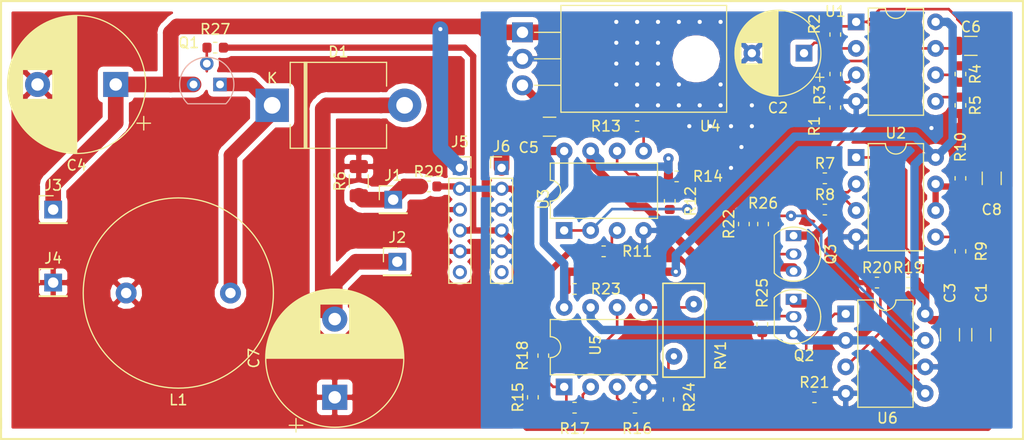
<source format=kicad_pcb>
(kicad_pcb (version 20171130) (host pcbnew "(5.0.2)-1")
  (title_block (title "Power Supply Front End| Back End Hybrid") (date 2019-02-13) (rev "v 0.2 Beta") (company "DESIGNED BY YAWAR IRSHAD BADRI") (comment 1 "SET 1 COMPLETE") (comment 2 "ANALOG CONTROL CARD COMPLETE"))
  (layers (0 F.Cu signal) (31 B.Cu signal) (34 B.Paste user) (35 F.Paste user) (36 B.SilkS user) (37 F.SilkS user) (38 B.Mask user) (39 F.Mask user) (44 Edge.Cuts user))
  (net 0 "")
  (net 1 VCC)
  (net 2 GND)
  (net 3 "Net-(C2-Pad1)")
  (net 4 "Net-(C6-Pad2)")
  (net 5 "Net-(C6-Pad1)")
  (net 6 "Net-(D1-Pad1)")
  (net 7 V_PWM)
  (net 8 "Net-(R1-Pad1)")
  (net 9 "Net-(R2-Pad1)")
  (net 10 "Net-(R5-Pad1)")
  (net 11 VO)
  (net 12 "Net-(R7-Pad1)")
  (net 13 V_SENS)
  (net 14 "Net-(R8-Pad1)")
  (net 15 "Net-(R9-Pad1)")
  (net 16 "Net-(R9-Pad2)")
  (net 17 "Net-(R11-Pad2)")
  (net 18 "Net-(R12-Pad1)")
  (net 19 "Net-(R12-Pad2)")
  (net 20 "Net-(R13-Pad2)")
  (net 21 VI)
  (net 22 x_SENS)
  (net 23 I_SENS)
  (net 24 "Net-(Q2-Pad2)")
  (net 25 "Net-(Q3-Pad2)")
  (net 26 "Net-(R15-Pad1)")
  (net 27 "Net-(R16-Pad1)")
  (net 28 "Net-(R17-Pad1)")
  (net 29 "Net-(R18-Pad1)")
  (net 30 V_ref_cc)
  (net 31 I_REF)
  (net 32 "Net-(R24-Pad2)")
  (net 33 "Net-(R21-Pad1)")
  (net 34 "Net-(R22-Pad2)")
  (net 35 R_GND)
  (net 36 "Net-(J5-Pad6)")
  (net 37 "Net-(J6-Pad6)")
  (net 38 "Net-(Q1-Pad2)")
  (net 39 VO_sens)
  (module Resistor_SMD:R_0603_1608Metric (layer F.Cu) (at 40.5384 23.4696 180)
    (fp_text reference R27 (at 0 1.755001 180) (layer F.SilkS))
    (fp_text value R_US)
    (pad 1 smd roundrect (at -0.7875 0 180) (size 0.875 0.95) (layers F.Cu F.Paste F.Mask) (net 7 V_PWM))
    (pad 2 smd roundrect (at 0.7875 0 180) (size 0.875 0.95) (layers F.Cu F.Paste F.Mask) (net 38 "Net-(Q1-Pad2)"))
  )
  (module Package_TO_SOT_THT:TO-92 (layer B.Cu) (at 41 27 180)
    (fp_text reference Q1 (at 3 4 180) (layer F.SilkS))
    (fp_text value PN2222A)
    (pad 2 thru_hole circle (at 1.27 2 90) (size 1.3 1.3) (drill 0.75) (layers *.Cu *.Mask) (net 38 "Net-(Q1-Pad2)"))
    (pad 3 thru_hole circle (at 2.54 0 90) (size 1.3 1.3) (drill 0.75) (layers *.Cu *.Mask) (net 21 VI))
    (pad 1 thru_hole rect (at 0 0 90) (size 1.3 1.3) (drill 0.75) (layers *.Cu *.Mask) (net 6 "Net-(D1-Pad1)"))
  )
  (module Connector_PinHeader_2.00mm:PinHeader_1x06_P2.00mm_Vertical (layer F.Cu) (at 68 35)
    (fp_text reference J6 (at 0 -2.06) (layer F.SilkS))
    (fp_text value Conn_01x06_Male)
    (pad 1 thru_hole rect (at 0 0) (size 1.35 1.35) (drill 0.8) (layers *.Cu *.Mask) (net 21 VI))
    (pad 2 thru_hole oval (at 0 2) (size 1.35 1.35) (drill 0.8) (layers *.Cu *.Mask) (net 39 VO_sens))
    (pad 3 thru_hole oval (at 0 4) (size 1.35 1.35) (drill 0.8) (layers *.Cu *.Mask) (net 2 GND))
    (pad 4 thru_hole oval (at 0 6) (size 1.35 1.35) (drill 0.8) (layers *.Cu *.Mask) (net 7 V_PWM))
    (pad 5 thru_hole oval (at 0 8) (size 1.35 1.35) (drill 0.8) (layers *.Cu *.Mask) (net 2 GND))
    (pad 6 thru_hole oval (at 0 10) (size 1.35 1.35) (drill 0.8) (layers *.Cu *.Mask) (net 37 "Net-(J6-Pad6)"))
  )
  (module Connector_PinHeader_2.54mm:PinHeader_1x01_P2.54mm_Vertical (layer F.Cu) (at 57.6072 38.0492)
    (fp_text reference J1 (at 0 -2.33) (layer F.SilkS))
    (fp_text value Conn_01x01_Male)
    (pad 1 thru_hole rect (at 0 0) (size 1.7 1.7) (drill 1) (layers *.Cu *.Mask) (net 11 VO))
  )
  (module Connector_PinHeader_2.54mm:PinHeader_1x01_P2.54mm_Vertical (layer F.Cu) (at 58 44)
    (fp_text reference J2 (at 0 -2.33) (layer F.SilkS))
    (fp_text value Conn_01x01_Male)
    (pad 1 thru_hole rect (at 0 0) (size 1.7 1.7) (drill 1) (layers *.Cu *.Mask) (net 35 R_GND))
  )
  (module Connector_PinHeader_2.54mm:PinHeader_1x01_P2.54mm_Vertical (layer F.Cu) (at 25 39)
    (fp_text reference J3 (at 0 -2.33) (layer F.SilkS))
    (fp_text value Conn_01x01_Male)
    (pad 1 thru_hole rect (at 0 0) (size 1.7 1.7) (drill 1) (layers *.Cu *.Mask) (net 21 VI))
  )
  (module Connector_PinHeader_2.54mm:PinHeader_1x01_P2.54mm_Vertical (layer F.Cu) (at 25 46)
    (fp_text reference J4 (at 0 -2.33) (layer F.SilkS))
    (fp_text value Conn_01x01_Male)
    (pad 1 thru_hole rect (at 0 0) (size 1.7 1.7) (drill 1) (layers *.Cu *.Mask) (net 2 GND))
  )
  (module Connector_PinSocket_2.00mm:PinSocket_1x06_P2.00mm_Vertical (layer F.Cu) (at 64 35)
    (fp_text reference J5 (at 0 -2.5) (layer F.SilkS))
    (fp_text value Conn_01x06_Female)
    (pad 1 thru_hole rect (at 0 0) (size 1.35 1.35) (drill 0.8) (layers *.Cu *.Mask) (net 21 VI))
    (pad 2 thru_hole oval (at 0 2) (size 1.35 1.35) (drill 0.8) (layers *.Cu *.Mask) (net 39 VO_sens))
    (pad 3 thru_hole oval (at 0 4) (size 1.35 1.35) (drill 0.8) (layers *.Cu *.Mask) (net 2 GND))
    (pad 4 thru_hole oval (at 0 6) (size 1.35 1.35) (drill 0.8) (layers *.Cu *.Mask) (net 7 V_PWM))
    (pad 5 thru_hole oval (at 0 8) (size 1.35 1.35) (drill 0.8) (layers *.Cu *.Mask) (net 2 GND))
    (pad 6 thru_hole oval (at 0 10) (size 1.35 1.35) (drill 0.8) (layers *.Cu *.Mask) (net 36 "Net-(J5-Pad6)"))
  )
  (module Varistor:RV_Disc_D9mm_W4mm_P5mm (layer F.Cu) (at 86.4235 48.0695 270)
    (fp_text reference RV1 (at 4.9305 -2.5765 270) (layer F.SilkS))
    (fp_text value Varistor)
    (pad 1 thru_hole circle (at 0 0 270) (size 1.6 1.6) (drill 0.6) (layers *.Cu *.Mask) (net 31 I_REF))
    (pad 2 thru_hole circle (at 5 1.9 270) (size 1.6 1.6) (drill 0.6) (layers *.Cu *.Mask) (net 32 "Net-(R24-Pad2)"))
  )
  (module Package_DIP:DIP-8_W7.62mm (layer F.Cu) (at 102 21)
    (fp_text reference U1 (at -2 -1 180) (layer F.SilkS))
    (fp_text value LM358)
    (pad 1 thru_hole rect (at 0 0) (size 1.6 1.6) (drill 0.8) (layers *.Cu *.Mask) (net 9 "Net-(R2-Pad1)"))
    (pad 5 thru_hole oval (at 7.62 7.62) (size 1.6 1.6) (drill 0.8) (layers *.Cu *.Mask) (net 10 "Net-(R5-Pad1)"))
    (pad 2 thru_hole oval (at 0 2.54) (size 1.6 1.6) (drill 0.8) (layers *.Cu *.Mask) (net 3 "Net-(C2-Pad1)"))
    (pad 6 thru_hole oval (at 7.62 5.08) (size 1.6 1.6) (drill 0.8) (layers *.Cu *.Mask) (net 4 "Net-(C6-Pad2)"))
    (pad 3 thru_hole oval (at 0 5.08) (size 1.6 1.6) (drill 0.8) (layers *.Cu *.Mask) (net 8 "Net-(R1-Pad1)"))
    (pad 7 thru_hole oval (at 7.62 2.54) (size 1.6 1.6) (drill 0.8) (layers *.Cu *.Mask) (net 5 "Net-(C6-Pad1)"))
    (pad 4 thru_hole oval (at 0 7.62) (size 1.6 1.6) (drill 0.8) (layers *.Cu *.Mask) (net 2 GND))
    (pad 8 thru_hole oval (at 7.62 0) (size 1.6 1.6) (drill 0.8) (layers *.Cu *.Mask) (net 1 VCC))
  )
  (module Resistor_SMD:R_0603_1608Metric (layer F.Cu) (at 100 29.2125 270)
    (fp_text reference R1 (at 1.7875 2 270) (layer F.SilkS))
    (fp_text value R_US)
    (pad 1 smd roundrect (at -0.7875 0 270) (size 0.875 0.95) (layers F.Cu F.Paste F.Mask) (net 8 "Net-(R1-Pad1)"))
    (pad 2 smd roundrect (at 0.7875 0 270) (size 0.875 0.95) (layers F.Cu F.Paste F.Mask) (net 2 GND))
  )
  (module Resistor_SMD:R_0603_1608Metric (layer F.Cu) (at 100 22.2125 270)
    (fp_text reference R2 (at -1 2 270) (layer F.SilkS))
    (fp_text value R_US)
    (pad 2 smd roundrect (at 0.7875 0 270) (size 0.875 0.95) (layers F.Cu F.Paste F.Mask) (net 3 "Net-(C2-Pad1)"))
    (pad 1 smd roundrect (at -0.7875 0 270) (size 0.875 0.95) (layers F.Cu F.Paste F.Mask) (net 9 "Net-(R2-Pad1)"))
  )
  (module Resistor_SMD:R_0603_1608Metric (layer F.Cu) (at 100 26 90)
    (fp_text reference R3 (at -2 -1.490302 90) (layer F.SilkS))
    (fp_text value R_US)
    (pad 1 smd roundrect (at -0.7875 0 90) (size 0.875 0.95) (layers F.Cu F.Paste F.Mask) (net 8 "Net-(R1-Pad1)"))
    (pad 2 smd roundrect (at 0.7875 0 90) (size 0.875 0.95) (layers F.Cu F.Paste F.Mask) (net 9 "Net-(R2-Pad1)"))
  )
  (module Resistor_SMD:R_0603_1608Metric (layer F.Cu) (at 112 26 270)
    (fp_text reference R4 (at 0 -1.43 270) (layer F.SilkS))
    (fp_text value R_US)
    (pad 2 smd roundrect (at 0.7875 0 270) (size 0.875 0.95) (layers F.Cu F.Paste F.Mask) (net 4 "Net-(C6-Pad2)"))
    (pad 1 smd roundrect (at -0.7875 0 270) (size 0.875 0.95) (layers F.Cu F.Paste F.Mask) (net 9 "Net-(R2-Pad1)"))
  )
  (module Resistor_SMD:R_0603_1608Metric (layer F.Cu) (at 112 29 270)
    (fp_text reference R5 (at 0 -1.43 270) (layer F.SilkS))
    (fp_text value R_US)
    (pad 1 smd roundrect (at -0.7875 0 270) (size 0.875 0.95) (layers F.Cu F.Paste F.Mask) (net 10 "Net-(R5-Pad1)"))
    (pad 2 smd roundrect (at 0.7875 0 270) (size 0.875 0.95) (layers F.Cu F.Paste F.Mask) (net 2 GND))
  )
  (module Capacitor_SMD:C_1206_3216Metric (layer F.Cu) (at 114 51 270)
    (fp_text reference C1 (at -4 0 270) (layer F.SilkS))
    (fp_text value CP)
    (pad 1 smd roundrect (at -1.4 0 270) (size 1.25 1.75) (layers F.Cu F.Paste F.Mask) (roundrect_rratio 0.2) (net 1 VCC))
    (pad 2 smd roundrect (at 1.4 0 270) (size 1.25 1.75) (layers F.Cu F.Paste F.Mask) (roundrect_rratio 0.2) (net 2 GND))
  )
  (module Capacitor_THT:CP_Radial_D8.0mm_P5.00mm (layer F.Cu) (at 97 24 180)
    (fp_text reference C2 (at 2.5 -5.25 180) (layer F.SilkS))
    (fp_text value CP1)
    (pad 1 thru_hole rect (at 0 0 180) (size 1.6 1.6) (drill 0.8) (layers *.Cu *.Mask) (net 3 "Net-(C2-Pad1)"))
    (pad 2 thru_hole circle (at 5 0 180) (size 1.6 1.6) (drill 0.8) (layers *.Cu *.Mask) (net 2 GND))
  )
  (module Capacitor_SMD:C_1206_3216Metric (layer F.Cu) (at 111 51 270)
    (fp_text reference C3 (at -4 0 270) (layer F.SilkS))
    (fp_text value CP)
    (pad 1 smd roundrect (at -1.4 0 270) (size 1.25 1.75) (layers F.Cu F.Paste F.Mask) (roundrect_rratio 0.2) (net 1 VCC))
    (pad 2 smd roundrect (at 1.4 0 270) (size 1.25 1.75) (layers F.Cu F.Paste F.Mask) (roundrect_rratio 0.2) (net 2 GND))
  )
  (module Capacitor_THT:CP_Radial_D13.0mm_P7.50mm (layer F.Cu) (at 31 27 180)
    (fp_text reference C4 (at 3.75 -7.75 180) (layer F.SilkS))
    (fp_text value CP)
    (pad 2 thru_hole circle (at 7.5 0 180) (size 2.4 2.4) (drill 1.2) (layers *.Cu *.Mask) (net 2 GND))
    (pad 1 thru_hole rect (at 0 0 180) (size 2.4 2.4) (drill 1.2) (layers *.Cu *.Mask) (net 21 VI))
  )
  (module Capacitor_SMD:C_1206_3216Metric (layer F.Cu) (at 72.6 31.05)
    (fp_text reference C5 (at -2 2 -180) (layer F.SilkS))
    (fp_text value CP)
    (pad 2 smd roundrect (at 1.4 0) (size 1.25 1.75) (layers F.Cu F.Paste F.Mask) (roundrect_rratio 0.2) (net 2 GND))
    (pad 1 smd roundrect (at -1.4 0) (size 1.25 1.75) (layers F.Cu F.Paste F.Mask) (roundrect_rratio 0.2) (net 1 VCC))
  )
  (module Capacitor_SMD:C_1206_3216Metric (layer F.Cu) (at 113 23.3)
    (fp_text reference C6 (at 0 -1.82) (layer F.SilkS))
    (fp_text value C)
    (pad 2 smd roundrect (at 1.4 0) (size 1.25 1.75) (layers F.Cu F.Paste F.Mask) (roundrect_rratio 0.2) (net 4 "Net-(C6-Pad2)"))
    (pad 1 smd roundrect (at -1.4 0) (size 1.25 1.75) (layers F.Cu F.Paste F.Mask) (roundrect_rratio 0.2) (net 5 "Net-(C6-Pad1)"))
  )
  (module Capacitor_THT:CP_Radial_D13.0mm_P7.50mm (layer F.Cu) (at 52 57 90)
    (fp_text reference C7 (at 3.75 -7.75 90) (layer F.SilkS))
    (fp_text value CP)
    (pad 1 thru_hole rect (at 0 0 90) (size 2.4 2.4) (drill 1.2) (layers *.Cu *.Mask) (net 2 GND))
    (pad 2 thru_hole circle (at 7.5 0 90) (size 2.4 2.4) (drill 1.2) (layers *.Cu *.Mask) (net 35 R_GND))
  )
  (module Diode_THT:D_5KPW_P12.70mm_Horizontal (layer F.Cu) (at 46 29)
    (fp_text reference D1 (at 6.35 -5.12) (layer F.SilkS))
    (fp_text value D)
    (fp_text user K (at 0 -2.6) (layer F.SilkS))
    (pad 1 thru_hole rect (at 0 0) (size 3.2 3.2) (drill 1.6) (layers *.Cu *.Mask) (net 6 "Net-(D1-Pad1)"))
    (pad 2 thru_hole oval (at 12.7 0) (size 3.2 3.2) (drill 1.6) (layers *.Cu *.Mask) (net 35 R_GND))
  )
  (module Inductor_THT:L_Radial_D18.0mm_P10.00mm (layer F.Cu) (at 42 47 180)
    (fp_text reference L1 (at 5 -10.25 180) (layer F.SilkS))
    (fp_text value L_Core_Ferrite)
    (pad 1 thru_hole circle (at 0 0 180) (size 2 2) (drill 1) (layers *.Cu *.Mask) (net 6 "Net-(D1-Pad1)"))
    (pad 2 thru_hole circle (at 10 0 180) (size 2 2) (drill 1) (layers *.Cu *.Mask) (net 2 GND))
  )
  (module Resistor_SMD:R_1206_3216Metric (layer F.Cu) (at 54.3052 36.2712 90)
    (fp_text reference R6 (at 0 -1.82 90) (layer F.SilkS))
    (fp_text value R_US)
    (pad 1 smd roundrect (at -1.4 0 90) (size 1.25 1.75) (layers F.Cu F.Paste F.Mask) (roundrect_rratio 0.2) (net 11 VO))
    (pad 2 smd roundrect (at 1.4 0 90) (size 1.25 1.75) (layers F.Cu F.Paste F.Mask) (roundrect_rratio 0.2) (net 2 GND))
  )
  (module Resistor_SMD:R_0603_1608Metric (layer F.Cu) (at 99 36)
    (fp_text reference R7 (at 0 -1.43) (layer F.SilkS))
    (fp_text value R_US)
    (pad 2 smd roundrect (at 0.7875 0) (size 0.875 0.95) (layers F.Cu F.Paste F.Mask) (net 5 "Net-(C6-Pad1)"))
    (pad 1 smd roundrect (at -0.7875 0) (size 0.875 0.95) (layers F.Cu F.Paste F.Mask) (net 12 "Net-(R7-Pad1)"))
  )
  (module Resistor_SMD:R_0603_1608Metric (layer F.Cu) (at 99 39)
    (fp_text reference R8 (at 0 -1.43) (layer F.SilkS))
    (fp_text value R_US)
    (pad 2 smd roundrect (at 0.7875 0) (size 0.875 0.95) (layers F.Cu F.Paste F.Mask) (net 22 x_SENS))
    (pad 1 smd roundrect (at -0.7875 0) (size 0.875 0.95) (layers F.Cu F.Paste F.Mask) (net 14 "Net-(R8-Pad1)"))
  )
  (module Resistor_SMD:R_0603_1608Metric (layer F.Cu) (at 112 43 90)
    (fp_text reference R9 (at 0 2 90) (layer F.SilkS))
    (fp_text value R_US)
    (pad 1 smd roundrect (at -0.7875 0 90) (size 0.875 0.95) (layers F.Cu F.Paste F.Mask) (net 15 "Net-(R9-Pad1)"))
    (pad 2 smd roundrect (at 0.7875 0 90) (size 0.875 0.95) (layers F.Cu F.Paste F.Mask) (net 16 "Net-(R9-Pad2)"))
  )
  (module Resistor_SMD:R_0603_1608Metric (layer F.Cu) (at 112 36 270)
    (fp_text reference R10 (at -3 0 270) (layer F.SilkS))
    (fp_text value R_US)
    (pad 1 smd roundrect (at -0.7875 0 270) (size 0.875 0.95) (layers F.Cu F.Paste F.Mask) (net 2 GND))
    (pad 2 smd roundrect (at 0.7875 0 270) (size 0.875 0.95) (layers F.Cu F.Paste F.Mask) (net 7 V_PWM))
  )
  (module Resistor_SMD:R_0603_1608Metric (layer F.Cu) (at 77.7875 43)
    (fp_text reference R11 (at 3.2125 0) (layer F.SilkS))
    (fp_text value R_US)
    (pad 1 smd roundrect (at -0.7875 0) (size 0.875 0.95) (layers F.Cu F.Paste F.Mask) (net 39 VO_sens))
    (pad 2 smd roundrect (at 0.7875 0) (size 0.875 0.95) (layers F.Cu F.Paste F.Mask) (net 17 "Net-(R11-Pad2)"))
  )
  (module Resistor_SMD:R_0603_1608Metric (layer F.Cu) (at 84.1248 38.2016 90)
    (fp_text reference R12 (at 0 2 90) (layer F.SilkS))
    (fp_text value R_US)
    (pad 1 smd roundrect (at -0.7875 0 90) (size 0.875 0.95) (layers F.Cu F.Paste F.Mask) (net 18 "Net-(R12-Pad1)"))
    (pad 2 smd roundrect (at 0.7875 0 90) (size 0.875 0.95) (layers F.Cu F.Paste F.Mask) (net 19 "Net-(R12-Pad2)"))
  )
  (module Resistor_SMD:R_0603_1608Metric (layer F.Cu) (at 81 31)
    (fp_text reference R13 (at -3 0) (layer F.SilkS))
    (fp_text value R_US)
    (pad 2 smd roundrect (at 0.7875 0) (size 0.875 0.95) (layers F.Cu F.Paste F.Mask) (net 20 "Net-(R13-Pad2)"))
    (pad 1 smd roundrect (at -0.7875 0) (size 0.875 0.95) (layers F.Cu F.Paste F.Mask) (net 21 VI))
  )
  (module Resistor_SMD:R_0603_1608Metric (layer F.Cu) (at 84.7852 35.814 180)
    (fp_text reference R14 (at -3 0 180) (layer F.SilkS))
    (fp_text value R_US)
    (pad 2 smd roundrect (at 0.7875 0 180) (size 0.875 0.95) (layers F.Cu F.Paste F.Mask) (net 13 V_SENS))
    (pad 1 smd roundrect (at -0.7875 0 180) (size 0.875 0.95) (layers F.Cu F.Paste F.Mask) (net 19 "Net-(R12-Pad2)"))
  )
  (module Package_DIP:DIP-8_W7.62mm (layer F.Cu) (at 102 34)
    (fp_text reference U2 (at 3.81 -2.33) (layer F.SilkS))
    (fp_text value LM358)
    (pad 1 thru_hole rect (at 0 0) (size 1.6 1.6) (drill 0.8) (layers *.Cu *.Mask) (net 15 "Net-(R9-Pad1)"))
    (pad 5 thru_hole oval (at 7.62 7.62) (size 1.6 1.6) (drill 0.8) (layers *.Cu *.Mask) (net 16 "Net-(R9-Pad2)"))
    (pad 2 thru_hole oval (at 0 2.54) (size 1.6 1.6) (drill 0.8) (layers *.Cu *.Mask) (net 12 "Net-(R7-Pad1)"))
    (pad 6 thru_hole oval (at 7.62 5.08) (size 1.6 1.6) (drill 0.8) (layers *.Cu *.Mask) (net 7 V_PWM))
    (pad 3 thru_hole oval (at 0 5.08) (size 1.6 1.6) (drill 0.8) (layers *.Cu *.Mask) (net 14 "Net-(R8-Pad1)"))
    (pad 7 thru_hole oval (at 7.62 2.54) (size 1.6 1.6) (drill 0.8) (layers *.Cu *.Mask) (net 7 V_PWM))
    (pad 4 thru_hole oval (at 0 7.62) (size 1.6 1.6) (drill 0.8) (layers *.Cu *.Mask) (net 2 GND))
    (pad 8 thru_hole oval (at 7.62 0) (size 1.6 1.6) (drill 0.8) (layers *.Cu *.Mask) (net 1 VCC))
  )
  (module Package_DIP:DIP-8_W7.62mm (layer F.Cu) (at 74 41 90)
    (fp_text reference U3 (at 3 -2 90) (layer F.SilkS))
    (fp_text value LM358)
    (pad 8 thru_hole oval (at 7.62 0 90) (size 1.6 1.6) (drill 0.8) (layers *.Cu *.Mask) (net 1 VCC))
    (pad 4 thru_hole oval (at 0 7.62 90) (size 1.6 1.6) (drill 0.8) (layers *.Cu *.Mask) (net 2 GND))
    (pad 7 thru_hole oval (at 7.62 2.54 90) (size 1.6 1.6) (drill 0.8) (layers *.Cu *.Mask) (net 13 V_SENS))
    (pad 3 thru_hole oval (at 0 5.08 90) (size 1.6 1.6) (drill 0.8) (layers *.Cu *.Mask) (net 17 "Net-(R11-Pad2)"))
    (pad 6 thru_hole oval (at 7.62 5.08 90) (size 1.6 1.6) (drill 0.8) (layers *.Cu *.Mask) (net 19 "Net-(R12-Pad2)"))
    (pad 2 thru_hole oval (at 0 2.54 90) (size 1.6 1.6) (drill 0.8) (layers *.Cu *.Mask) (net 18 "Net-(R12-Pad1)"))
    (pad 5 thru_hole oval (at 7.62 7.62 90) (size 1.6 1.6) (drill 0.8) (layers *.Cu *.Mask) (net 20 "Net-(R13-Pad2)"))
    (pad 1 thru_hole rect (at 0 0 90) (size 1.6 1.6) (drill 0.8) (layers *.Cu *.Mask) (net 18 "Net-(R12-Pad1)"))
  )
  (module Capacitor_SMD:C_1206_3216Metric (layer F.Cu) (at 115 36 90)
    (fp_text reference C8 (at -3 0 180) (layer F.SilkS))
    (fp_text value C)
    (pad 1 smd roundrect (at -1.4 0 90) (size 1.25 1.75) (layers F.Cu F.Paste F.Mask) (roundrect_rratio 0.2) (net 7 V_PWM))
    (pad 2 smd roundrect (at 1.4 0 90) (size 1.25 1.75) (layers F.Cu F.Paste F.Mask) (roundrect_rratio 0.2) (net 2 GND))
  )
  (module Package_TO_SOT_THT:TO-220-3_Horizontal_TabDown (layer F.Cu) (at 70 22 270)
    (fp_text reference U4 (at 9 -18) (layer F.SilkS))
    (fp_text value L7805)
    (pad "" np_thru_hole oval (at 2.54 -16.66 270) (size 3.5 3.5) (drill 3.5) (layers *.Cu *.Mask))
    (pad 1 thru_hole rect (at 0 0 270) (size 1.905 2) (drill 1.1) (layers *.Cu *.Mask) (net 21 VI))
    (pad 2 thru_hole oval (at 2.54 0 270) (size 1.905 2) (drill 1.1) (layers *.Cu *.Mask) (net 2 GND))
    (pad 3 thru_hole oval (at 5.08 0 270) (size 1.905 2) (drill 1.1) (layers *.Cu *.Mask) (net 1 VCC))
  )
  (module Package_TO_SOT_THT:TO-92_Inline (layer F.Cu) (at 96 48 270)
    (fp_text reference Q2 (at 5 -1) (layer F.SilkS))
    (fp_text value PN2222A)
    (pad 1 thru_hole rect (at -0.4 0 270) (size 1.05 1.5) (drill 0.75) (layers *.Cu *.Mask) (net 22 x_SENS))
    (pad 3 thru_hole oval (at 2.9 0 270) (size 1.05 1.5) (drill 0.75) (layers *.Cu *.Mask) (net 23 I_SENS))
    (pad 2 thru_hole oval (at 1.27 0 270) (size 1.05 1.5) (drill 0.75) (layers *.Cu *.Mask) (net 24 "Net-(Q2-Pad2)"))
  )
  (module Package_TO_SOT_THT:TO-92_Inline (layer F.Cu) (at 96 42 270)
    (fp_text reference Q3 (at 1.27 -3.56 270) (layer F.SilkS))
    (fp_text value PN2222A)
    (pad 2 thru_hole oval (at 1.27 0 270) (size 1.05 1.5) (drill 0.75) (layers *.Cu *.Mask) (net 25 "Net-(Q3-Pad2)"))
    (pad 3 thru_hole oval (at 2.9 0 270) (size 1.05 1.5) (drill 0.75) (layers *.Cu *.Mask) (net 13 V_SENS))
    (pad 1 thru_hole rect (at -0.5 0 270) (size 1.05 1.5) (drill 0.75) (layers *.Cu *.Mask) (net 22 x_SENS))
  )
  (module Resistor_SMD:R_0603_1608Metric (layer F.Cu) (at 71 57 90)
    (fp_text reference R15 (at 0 -1.43 90) (layer F.SilkS))
    (fp_text value R_US)
    (pad 1 smd roundrect (at -0.7875 0 90) (size 0.875 0.95) (layers F.Cu F.Paste F.Mask) (net 26 "Net-(R15-Pad1)"))
    (pad 2 smd roundrect (at 0.7875 0 90) (size 0.875 0.95) (layers F.Cu F.Paste F.Mask) (net 39 VO_sens))
  )
  (module Resistor_SMD:R_0603_1608Metric (layer F.Cu) (at 80.7875 58)
    (fp_text reference R16 (at 0.2125 2) (layer F.SilkS))
    (fp_text value R_US)
    (pad 2 smd roundrect (at 0.7875 0) (size 0.875 0.95) (layers F.Cu F.Paste F.Mask) (net 2 GND))
    (pad 1 smd roundrect (at -0.7875 0) (size 0.875 0.95) (layers F.Cu F.Paste F.Mask) (net 27 "Net-(R16-Pad1)"))
  )
  (module Resistor_SMD:R_0603_1608Metric (layer F.Cu) (at 75 58)
    (fp_text reference R17 (at 0 2) (layer F.SilkS))
    (fp_text value R_US)
    (pad 1 smd roundrect (at -0.7875 0) (size 0.875 0.95) (layers F.Cu F.Paste F.Mask) (net 28 "Net-(R17-Pad1)"))
    (pad 2 smd roundrect (at 0.7875 0) (size 0.875 0.95) (layers F.Cu F.Paste F.Mask) (net 26 "Net-(R15-Pad1)"))
  )
  (module Resistor_SMD:R_0603_1608Metric (layer F.Cu) (at 72 53 270)
    (fp_text reference R18 (at 0 2 270) (layer F.SilkS))
    (fp_text value R_US)
    (pad 2 smd roundrect (at 0.7875 0 270) (size 0.875 0.95) (layers F.Cu F.Paste F.Mask) (net 28 "Net-(R17-Pad1)"))
    (pad 1 smd roundrect (at -0.7875 0 270) (size 0.875 0.95) (layers F.Cu F.Paste F.Mask) (net 29 "Net-(R18-Pad1)"))
  )
  (module Resistor_SMD:R_0603_1608Metric (layer F.Cu) (at 107 46)
    (fp_text reference R19 (at 0 -1.43) (layer F.SilkS))
    (fp_text value R_US)
    (pad 1 smd roundrect (at -0.7875 0) (size 0.875 0.95) (layers F.Cu F.Paste F.Mask) (net 30 V_ref_cc))
    (pad 2 smd roundrect (at 0.7875 0) (size 0.875 0.95) (layers F.Cu F.Paste F.Mask) (net 1 VCC))
  )
  (module Resistor_SMD:R_0603_1608Metric (layer F.Cu) (at 104 46)
    (fp_text reference R20 (at 0 -1.43) (layer F.SilkS))
    (fp_text value R_US)
    (pad 2 smd roundrect (at 0.7875 0) (size 0.875 0.95) (layers F.Cu F.Paste F.Mask) (net 30 V_ref_cc))
    (pad 1 smd roundrect (at -0.7875 0) (size 0.875 0.95) (layers F.Cu F.Paste F.Mask) (net 2 GND))
  )
  (module Resistor_SMD:R_0603_1608Metric (layer F.Cu) (at 98 57)
    (fp_text reference R21 (at 0 -1.43) (layer F.SilkS))
    (fp_text value R_US)
    (pad 2 smd roundrect (at 0.7875 0) (size 0.875 0.95) (layers F.Cu F.Paste F.Mask) (net 2 GND))
    (pad 1 smd roundrect (at -0.7875 0) (size 0.875 0.95) (layers F.Cu F.Paste F.Mask) (net 33 "Net-(R21-Pad1)"))
  )
  (module Resistor_SMD:R_0603_1608Metric (layer F.Cu) (at 91.2335 40.386 90)
    (fp_text reference R22 (at 0 -1.43 90) (layer F.SilkS))
    (fp_text value R_US)
    (pad 1 smd roundrect (at -0.7875 0 90) (size 0.875 0.95) (layers F.Cu F.Paste F.Mask) (net 2 GND))
    (pad 2 smd roundrect (at 0.7875 0 90) (size 0.875 0.95) (layers F.Cu F.Paste F.Mask) (net 34 "Net-(R22-Pad2)"))
  )
  (module Package_DIP:DIP-8_W7.62mm (layer F.Cu) (at 74 56 90)
    (fp_text reference U5 (at 4 3 90) (layer F.SilkS))
    (fp_text value LM358)
    (pad 8 thru_hole oval (at 7.62 0 90) (size 1.6 1.6) (drill 0.8) (layers *.Cu *.Mask) (net 1 VCC))
    (pad 4 thru_hole oval (at 0 7.62 90) (size 1.6 1.6) (drill 0.8) (layers *.Cu *.Mask) (net 2 GND))
    (pad 7 thru_hole oval (at 7.62 2.54 90) (size 1.6 1.6) (drill 0.8) (layers *.Cu *.Mask) (net 23 I_SENS))
    (pad 3 thru_hole oval (at 0 5.08 90) (size 1.6 1.6) (drill 0.8) (layers *.Cu *.Mask) (net 27 "Net-(R16-Pad1)"))
    (pad 6 thru_hole oval (at 7.62 5.08 90) (size 1.6 1.6) (drill 0.8) (layers *.Cu *.Mask) (net 29 "Net-(R18-Pad1)"))
    (pad 2 thru_hole oval (at 0 2.54 90) (size 1.6 1.6) (drill 0.8) (layers *.Cu *.Mask) (net 26 "Net-(R15-Pad1)"))
    (pad 5 thru_hole oval (at 7.62 7.62 90) (size 1.6 1.6) (drill 0.8) (layers *.Cu *.Mask) (net 31 I_REF))
    (pad 1 thru_hole rect (at 0 0 90) (size 1.6 1.6) (drill 0.8) (layers *.Cu *.Mask) (net 28 "Net-(R17-Pad1)"))
  )
  (module Package_DIP:DIP-8_W7.62mm (layer F.Cu) (at 101 49)
    (fp_text reference U6 (at 4 10) (layer F.SilkS))
    (fp_text value LM358)
    (pad 1 thru_hole rect (at 0 0) (size 1.6 1.6) (drill 0.8) (layers *.Cu *.Mask) (net 33 "Net-(R21-Pad1)"))
    (pad 5 thru_hole oval (at 7.62 7.62) (size 1.6 1.6) (drill 0.8) (layers *.Cu *.Mask) (net 23 I_SENS))
    (pad 2 thru_hole oval (at 0 2.54) (size 1.6 1.6) (drill 0.8) (layers *.Cu *.Mask) (net 23 I_SENS))
    (pad 6 thru_hole oval (at 7.62 5.08) (size 1.6 1.6) (drill 0.8) (layers *.Cu *.Mask) (net 2 GND))
    (pad 3 thru_hole oval (at 0 5.08) (size 1.6 1.6) (drill 0.8) (layers *.Cu *.Mask) (net 30 V_ref_cc))
    (pad 7 thru_hole oval (at 7.62 2.54) (size 1.6 1.6) (drill 0.8) (layers *.Cu *.Mask) (net 34 "Net-(R22-Pad2)"))
    (pad 4 thru_hole oval (at 0 7.62) (size 1.6 1.6) (drill 0.8) (layers *.Cu *.Mask) (net 2 GND))
    (pad 8 thru_hole oval (at 7.62 0) (size 1.6 1.6) (drill 0.8) (layers *.Cu *.Mask) (net 1 VCC))
  )
  (module Resistor_SMD:R_0603_1608Metric (layer F.Cu) (at 74.9935 46.609 180)
    (fp_text reference R23 (at -3 0 180) (layer F.SilkS))
    (fp_text value R_US)
    (pad 1 smd roundrect (at -0.7875 0 180) (size 0.875 0.95) (layers F.Cu F.Paste F.Mask) (net 31 I_REF))
    (pad 2 smd roundrect (at 0.7875 0 180) (size 0.875 0.95) (layers F.Cu F.Paste F.Mask) (net 1 VCC))
  )
  (module Resistor_SMD:R_0603_1608Metric (layer F.Cu) (at 84 57.2125 90)
    (fp_text reference R24 (at 0.2125 2 270) (layer F.SilkS))
    (fp_text value R_US)
    (pad 1 smd roundrect (at -0.7875 0 90) (size 0.875 0.95) (layers F.Cu F.Paste F.Mask) (net 2 GND))
    (pad 2 smd roundrect (at 0.7875 0 90) (size 0.875 0.95) (layers F.Cu F.Paste F.Mask) (net 32 "Net-(R24-Pad2)"))
  )
  (module Resistor_SMD:R_0603_1608Metric (layer F.Cu) (at 93 50 270)
    (fp_text reference R25 (at -3 0 270) (layer F.SilkS))
    (fp_text value R_US)
    (pad 1 smd roundrect (at -0.7875 0 270) (size 0.875 0.95) (layers F.Cu F.Paste F.Mask) (net 24 "Net-(Q2-Pad2)"))
    (pad 2 smd roundrect (at 0.7875 0 270) (size 0.875 0.95) (layers F.Cu F.Paste F.Mask) (net 33 "Net-(R21-Pad1)"))
  )
  (module Resistor_SMD:R_0603_1608Metric (layer F.Cu) (at 93.075 40.386 270)
    (fp_text reference R26 (at -2 0) (layer F.SilkS))
    (fp_text value R_US)
    (pad 2 smd roundrect (at 0.7875 0 270) (size 0.875 0.95) (layers F.Cu F.Paste F.Mask) (net 25 "Net-(Q3-Pad2)"))
    (pad 1 smd roundrect (at -0.7875 0 270) (size 0.875 0.95) (layers F.Cu F.Paste F.Mask) (net 34 "Net-(R22-Pad2)"))
  )
  (module Resistor_SMD:R_0603_1608Metric (layer F.Cu) (at 61.0108 36.7792)
    (fp_text reference R29 (at 0 -1.43) (layer F.SilkS))
    (fp_text value R_US)
    (pad 1 smd roundrect (at -0.7875 0) (size 0.875 0.95) (layers F.Cu F.Paste F.Mask) (net 11 VO))
    (pad 2 smd roundrect (at 0.7875 0) (size 0.875 0.95) (layers F.Cu F.Paste F.Mask) (net 39 VO_sens))
  )
  (gr_line (start 20 59) (end 20 60) (layer F.SilkS) (width 0.2))
  (gr_line (start 90 61) (end 118 61) (layer F.SilkS) (width 0.2))
  (gr_line (start 90 19) (end 118 19) (layer F.SilkS) (width 0.2))
  (gr_line (start 20 61) (end 20 19) (layer F.SilkS) (width 0.2))
  (gr_line (start 90 61) (end 20 61) (layer F.SilkS) (width 0.2))
  (gr_line (start 118 19) (end 118 61) (layer F.SilkS) (width 0.2))
  (gr_line (start 20 19) (end 90 19) (layer F.SilkS) (width 0.2))
  (segment (start 74 48.38) (end 74 44.2) (width 0.8) (layer B.Cu) (net 1))
  (segment (start 74 44.2) (end 72.05 42.25) (width 0.8) (layer B.Cu) (net 1))
  (segment (start 72.05 42.25) (end 72.05 38.6) (width 0.8) (layer B.Cu) (net 1))
  (segment (start 74 36.65) (end 74 33.38) (width 0.8) (layer B.Cu) (net 1))
  (segment (start 72.05 38.6) (end 74 36.65) (width 0.8) (layer B.Cu) (net 1))
  (segment (start 109.22 49.6) (end 108.62 49) (width 0.8) (layer F.Cu) (net 1))
  (segment (start 111 49.6) (end 109.22 49.6) (width 0.8) (layer F.Cu) (net 1))
  (segment (start 114 49.6) (end 111 49.6) (width 0.8) (layer F.Cu) (net 1))
  (segment (start 108.62 46.8325) (end 107.7875 46) (width 0.8) (layer F.Cu) (net 1))
  (segment (start 108.62 49) (end 108.62 46.8325) (width 0.8) (layer F.Cu) (net 1))
  (segment (start 108.62 47.86863) (end 107.6 46.84863) (width 0.8) (layer B.Cu) (net 1))
  (segment (start 108.62 49) (end 108.62 47.86863) (width 0.8) (layer B.Cu) (net 1))
  (segment (start 107.6 46.84863) (end 107.6 34.7) (width 0.8) (layer B.Cu) (net 1))
  (segment (start 108.3 34) (end 109.62 34) (width 0.8) (layer B.Cu) (net 1))
  (segment (start 107.6 34.7) (end 108.3 34) (width 0.8) (layer B.Cu) (net 1))
  (segment (start 110.75137 21) (end 111.25137 21.5) (width 0.8) (layer B.Cu) (net 1))
  (segment (start 109.62 21) (end 110.75137 21) (width 0.8) (layer B.Cu) (net 1))
  (segment (start 111.25137 32.36863) (end 109.62 34) (width 0.8) (layer B.Cu) (net 1))
  (segment (start 111.25137 21.5) (end 111.25137 32.36863) (width 0.8) (layer B.Cu) (net 1))
  (segment (start 71.2 28.28) (end 71.2 31.05) (width 0.8) (layer F.Cu) (net 1))
  (segment (start 70 27.08) (end 71.2 28.28) (width 0.8) (layer F.Cu) (net 1))
  (segment (start 71.2 32.2) (end 71.2 31.05) (width 0.8) (layer F.Cu) (net 1))
  (segment (start 74 33.38) (end 72.38 33.38) (width 0.8) (layer F.Cu) (net 1))
  (segment (start 72.38 33.38) (end 71.2 32.2) (width 0.8) (layer F.Cu) (net 1))
  (segment (start 74 46.815) (end 74.206 46.609) (width 0.8) (layer F.Cu) (net 1))
  (segment (start 74 48.38) (end 74 46.815) (width 0.8) (layer F.Cu) (net 1))
  (segment (start 74.206 46.609) (end 74.206 45.2375) (width 0.8) (layer F.Cu) (net 1))
  (segment (start 74.206 45.2375) (end 74.4855 44.958) (width 0.8) (layer F.Cu) (net 1))
  (segment (start 74.4855 44.958) (end 84.709 44.958) (width 0.8) (layer F.Cu) (net 1))
  (segment (start 84.709 44.958) (end 84.709 44.958) (width 0.8) (layer F.Cu) (net 1))
  (via (at 84.709 44.958) (size 1) (drill 0.4) (layers F.Cu B.Cu) (net 1))
  (segment (start 107.624 32.004) (end 109.62 34) (width 0.8) (layer B.Cu) (net 1))
  (segment (start 96.0755 32.004) (end 107.624 32.004) (width 0.8) (layer B.Cu) (net 1))
  (segment (start 84.709 44.958) (end 84.709 43.3705) (width 0.8) (layer B.Cu) (net 1))
  (segment (start 84.709 43.3705) (end 96.0755 32.004) (width 0.8) (layer B.Cu) (net 1))
  (segment (start 64.954594 43) (end 68 43) (width 0.25) (layer F.Cu) (net 2))
  (segment (start 64 43) (end 64.954594 43) (width 0.25) (layer F.Cu) (net 2))
  (segment (start 68 43) (end 69.35 43) (width 0.25) (layer B.Cu) (net 2))
  (segment (start 69.35 43) (end 69.95 43.6) (width 0.25) (layer B.Cu) (net 2))
  (segment (start 69.95 43.6) (end 69.95 50.5) (width 0.25) (layer B.Cu) (net 2))
  (segment (start 69.95 50.5) (end 75.4 50.5) (width 0.25) (layer B.Cu) (net 2))
  (segment (start 75.4 50.5) (end 78.4 53.5) (width 0.25) (layer B.Cu) (net 2))
  (segment (start 80.25137 53.5) (end 80.05 53.5) (width 0.25) (layer B.Cu) (net 2))
  (segment (start 81.62 54.86863) (end 80.25137 53.5) (width 0.25) (layer B.Cu) (net 2))
  (segment (start 81.62 56) (end 81.62 54.86863) (width 0.25) (layer B.Cu) (net 2))
  (segment (start 78.4 53.5) (end 80.05 53.5) (width 0.25) (layer B.Cu) (net 2))
  (segment (start 80.05 53.5) (end 80.2 53.5) (width 0.25) (layer B.Cu) (net 2))
  (via (at 79 21) (size 1) (drill 0.4) (layers F.Cu B.Cu) (net 2))
  (via (at 79 23) (size 1) (drill 0.4) (layers F.Cu B.Cu) (net 2))
  (via (at 79 25) (size 1) (drill 0.4) (layers F.Cu B.Cu) (net 2))
  (via (at 79 27) (size 1) (drill 0.4) (layers F.Cu B.Cu) (net 2))
  (via (at 81 27) (size 1) (drill 0.4) (layers F.Cu B.Cu) (net 2))
  (via (at 81 25) (size 1) (drill 0.4) (layers F.Cu B.Cu) (net 2))
  (via (at 81 23) (size 1) (drill 0.4) (layers F.Cu B.Cu) (net 2))
  (via (at 81 21) (size 1) (drill 0.4) (layers F.Cu B.Cu) (net 2))
  (via (at 83 21) (size 1) (drill 0.4) (layers F.Cu B.Cu) (net 2))
  (via (at 83 23) (size 1) (drill 0.4) (layers F.Cu B.Cu) (net 2))
  (via (at 83 25) (size 1) (drill 0.4) (layers F.Cu B.Cu) (net 2))
  (via (at 83 27) (size 1) (drill 0.4) (layers F.Cu B.Cu) (net 2))
  (via (at 83 29) (size 1) (drill 0.4) (layers F.Cu B.Cu) (net 2))
  (via (at 81 29) (size 1) (drill 0.4) (layers F.Cu B.Cu) (net 2))
  (via (at 85 29) (size 1) (drill 0.4) (layers F.Cu B.Cu) (net 2))
  (via (at 85 27) (size 1) (drill 0.4) (layers F.Cu B.Cu) (net 2))
  (via (at 85 21) (size 1) (drill 0.4) (layers F.Cu B.Cu) (net 2))
  (via (at 87 29) (size 1) (drill 0.4) (layers F.Cu B.Cu) (net 2))
  (via (at 89 29) (size 1) (drill 0.4) (layers F.Cu B.Cu) (net 2))
  (via (at 87 21) (size 1) (drill 0.4) (layers F.Cu B.Cu) (net 2))
  (via (at 89 21) (size 1) (drill 0.4) (layers F.Cu B.Cu) (net 2))
  (via (at 89 27) (size 1) (drill 0.4) (layers F.Cu B.Cu) (net 2))
  (via (at 91 33) (size 1) (drill 0.4) (layers F.Cu B.Cu) (net 2))
  (via (at 90 31) (size 1) (drill 0.4) (layers F.Cu B.Cu) (net 2))
  (via (at 92 31) (size 1) (drill 0.4) (layers F.Cu B.Cu) (net 2))
  (via (at 90 35) (size 1) (drill 0.4) (layers F.Cu B.Cu) (net 2))
  (via (at 88 31) (size 1) (drill 0.4) (layers F.Cu B.Cu) (net 2))
  (via (at 86 31) (size 1) (drill 0.4) (layers F.Cu B.Cu) (net 2))
  (via (at 92 29) (size 1) (drill 0.4) (layers F.Cu B.Cu) (net 2))
  (via (at 109.22 31.1785) (size 1) (drill 0.4) (layers F.Cu B.Cu) (net 2))
  (segment (start 98 23) (end 97 24) (width 0.25) (layer F.Cu) (net 3))
  (segment (start 100 23) (end 98 23) (width 0.25) (layer F.Cu) (net 3))
  (segment (start 100.54 23.54) (end 100 23) (width 0.25) (layer F.Cu) (net 3))
  (segment (start 102 23.54) (end 100.54 23.54) (width 0.25) (layer F.Cu) (net 3))
  (segment (start 114.4 24.3875) (end 112 26.7875) (width 0.25) (layer F.Cu) (net 4))
  (segment (start 114.4 23.3) (end 114.4 24.3875) (width 0.25) (layer F.Cu) (net 4))
  (segment (start 111.2925 26.08) (end 112 26.7875) (width 0.25) (layer F.Cu) (net 4))
  (segment (start 109.62 26.08) (end 111.2925 26.08) (width 0.25) (layer F.Cu) (net 4))
  (segment (start 107.21 23.54) (end 109.62 23.54) (width 0.25) (layer F.Cu) (net 5))
  (segment (start 106.15 24.6) (end 107.21 23.54) (width 0.25) (layer F.Cu) (net 5))
  (segment (start 106.15 27) (end 106.15 24.6) (width 0.25) (layer F.Cu) (net 5))
  (segment (start 100.249112 32.900888) (end 106.15 27) (width 0.25) (layer F.Cu) (net 5))
  (segment (start 99.7875 36) (end 100.249112 35.538388) (width 0.25) (layer F.Cu) (net 5))
  (segment (start 100.249112 35.538388) (end 100.249112 32.900888) (width 0.25) (layer F.Cu) (net 5))
  (segment (start 111.36 23.54) (end 111.6 23.3) (width 0.25) (layer F.Cu) (net 5))
  (segment (start 109.62 23.54) (end 111.36 23.54) (width 0.25) (layer F.Cu) (net 5))
  (segment (start 44 27) (end 46 29) (width 1.3) (layer F.Cu) (net 6))
  (segment (start 41 27) (end 44 27) (width 1.3) (layer F.Cu) (net 6))
  (segment (start 46 29) (end 46 29.7936) (width 1.3) (layer F.Cu) (net 6))
  (segment (start 42 33.7936) (end 42 47) (width 1.3) (layer F.Cu) (net 6))
  (segment (start 46 29.7936) (end 42 33.7936) (width 1.3) (layer F.Cu) (net 6))
  (segment (start 64.4652 23.4696) (end 41.3259 23.4696) (width 0.6) (layer F.Cu) (net 7))
  (segment (start 65.275001 24.279401) (end 64.4652 23.4696) (width 0.6) (layer F.Cu) (net 7))
  (segment (start 65.275001 40.679593) (end 65.275001 24.279401) (width 0.6) (layer F.Cu) (net 7))
  (segment (start 64.954594 41) (end 65.275001 40.679593) (width 0.6) (layer F.Cu) (net 7))
  (segment (start 64 41) (end 64.954594 41) (width 0.6) (layer F.Cu) (net 7))
  (segment (start 68 41) (end 64 41) (width 0.6) (layer F.Cu) (net 7))
  (segment (start 112.6125 37.4) (end 112 36.7875) (width 0.6) (layer F.Cu) (net 7))
  (segment (start 115 37.4) (end 112.6125 37.4) (width 0.6) (layer F.Cu) (net 7))
  (segment (start 109.8675 36.7875) (end 109.62 36.54) (width 0.6) (layer F.Cu) (net 7))
  (segment (start 112 36.7875) (end 109.8675 36.7875) (width 0.6) (layer F.Cu) (net 7))
  (segment (start 109.62 36.54) (end 109.62 39.08) (width 0.6) (layer F.Cu) (net 7))
  (segment (start 69.275001 42.275001) (end 69.275001 58.775001) (width 0.6) (layer F.Cu) (net 7))
  (segment (start 68 41) (end 69.275001 42.275001) (width 0.6) (layer F.Cu) (net 7))
  (segment (start 70.42501 59.92501) (end 114.62499 59.92501) (width 0.6) (layer F.Cu) (net 7))
  (segment (start 69.275001 58.775001) (end 70.42501 59.92501) (width 0.6) (layer F.Cu) (net 7))
  (segment (start 114.62499 59.92501) (end 116.55 58) (width 0.6) (layer F.Cu) (net 7))
  (segment (start 116.55 58) (end 116.55 37.8) (width 0.6) (layer F.Cu) (net 7))
  (segment (start 116.15 37.4) (end 115 37.4) (width 0.6) (layer F.Cu) (net 7))
  (segment (start 116.55 37.8) (end 116.15 37.4) (width 0.6) (layer F.Cu) (net 7))
  (segment (start 101.2925 26.7875) (end 102 26.08) (width 0.25) (layer F.Cu) (net 8))
  (segment (start 100 26.7875) (end 101.2925 26.7875) (width 0.25) (layer F.Cu) (net 8))
  (segment (start 100 28.425) (end 100 26.7875) (width 0.25) (layer F.Cu) (net 8))
  (segment (start 101.575 21.425) (end 102 21) (width 0.25) (layer F.Cu) (net 9))
  (segment (start 100 21.425) (end 101.575 21.425) (width 0.25) (layer F.Cu) (net 9))
  (segment (start 100.461612 24.750888) (end 102.949112 24.750888) (width 0.25) (layer F.Cu) (net 9))
  (segment (start 100 25.2125) (end 100.461612 24.750888) (width 0.25) (layer F.Cu) (net 9))
  (segment (start 102.949112 24.750888) (end 103.4 24.3) (width 0.25) (layer F.Cu) (net 9))
  (segment (start 103.4 21.35) (end 103.05 21) (width 0.25) (layer F.Cu) (net 9))
  (segment (start 103.4 24.3) (end 103.4 21.35) (width 0.25) (layer F.Cu) (net 9))
  (segment (start 112.575 25.2125) (end 112.95 24.8375) (width 0.25) (layer F.Cu) (net 9))
  (segment (start 112 25.2125) (end 112.575 25.2125) (width 0.25) (layer F.Cu) (net 9))
  (segment (start 112.95 24.8375) (end 112.95 22.83681) (width 0.25) (layer F.Cu) (net 9))
  (segment (start 112.95 22.83681) (end 112.95 22) (width 0.25) (layer F.Cu) (net 9))
  (segment (start 112.95 22) (end 111.7 20.75) (width 0.25) (layer F.Cu) (net 9))
  (segment (start 111.7 20.75) (end 111.7 20.6) (width 0.25) (layer F.Cu) (net 9))
  (segment (start 103.05 21) (end 102 21) (width 0.25) (layer F.Cu) (net 9))
  (segment (start 104.275001 19.774999) (end 103.05 21) (width 0.25) (layer F.Cu) (net 9))
  (segment (start 110.874999 19.774999) (end 104.275001 19.774999) (width 0.25) (layer F.Cu) (net 9))
  (segment (start 111.7 20.6) (end 110.874999 19.774999) (width 0.25) (layer F.Cu) (net 9))
  (segment (start 110.0275 28.2125) (end 109.62 28.62) (width 0.25) (layer F.Cu) (net 10))
  (segment (start 112 28.2125) (end 110.0275 28.2125) (width 0.25) (layer F.Cu) (net 10))
  (segment (start 57.6072 38.0492) (end 57.6072 37.846) (width 1.5) (layer F.Cu) (net 11))
  (segment (start 58.674 36.7792) (end 60.21079 36.7792) (width 1.5) (layer F.Cu) (net 11))
  (segment (start 57.6072 37.846) (end 58.674 36.7792) (width 1.5) (layer F.Cu) (net 11))
  (segment (start 54.6832 38.0492) (end 54.3052 37.6712) (width 1.5) (layer F.Cu) (net 11))
  (segment (start 57.6072 38.0492) (end 54.6832 38.0492) (width 1.5) (layer F.Cu) (net 11))
  (segment (start 101.200001 37.339999) (end 102 36.54) (width 0.25) (layer F.Cu) (net 12))
  (segment (start 98.977499 37.339999) (end 101.200001 37.339999) (width 0.25) (layer F.Cu) (net 12))
  (segment (start 98.2125 36.575) (end 98.977499 37.339999) (width 0.25) (layer F.Cu) (net 12))
  (segment (start 98.2125 36) (end 98.2125 36.575) (width 0.25) (layer F.Cu) (net 12))
  (segment (start 87.64 44.54) (end 96 44.54) (width 0.8) (layer F.Cu) (net 13))
  (segment (start 80.77863 38.75) (end 81.85 38.75) (width 0.8) (layer F.Cu) (net 13))
  (segment (start 76.54 33.38) (end 76.54 34.51137) (width 0.8) (layer F.Cu) (net 13))
  (segment (start 76.54 34.51137) (end 80.77863 38.75) (width 0.8) (layer F.Cu) (net 13))
  (segment (start 81.85 38.75) (end 87.64 44.54) (width 0.8) (layer F.Cu) (net 13))
  (segment (start 83.9977 35.239) (end 84 35.2367) (width 0.8) (layer F.Cu) (net 13))
  (segment (start 83.9977 35.814) (end 83.9977 35.239) (width 0.8) (layer F.Cu) (net 13))
  (via (at 84 34.1) (size 1) (drill 0.4) (layers F.Cu B.Cu) (net 13))
  (segment (start 84 35.2367) (end 84 34.1) (width 0.8) (layer F.Cu) (net 13))
  (segment (start 77.45 34.29) (end 76.54 33.38) (width 0.8) (layer B.Cu) (net 13))
  (segment (start 77.45 34.85) (end 77.45 34.29) (width 0.8) (layer B.Cu) (net 13))
  (segment (start 77.480001 34.880001) (end 77.45 34.85) (width 0.8) (layer B.Cu) (net 13))
  (segment (start 83.680001 34.880001) (end 77.480001 34.880001) (width 0.8) (layer B.Cu) (net 13))
  (segment (start 84 34.1) (end 84 35.2) (width 0.8) (layer B.Cu) (net 13))
  (segment (start 84 35.2) (end 83.680001 34.880001) (width 0.8) (layer B.Cu) (net 13))
  (segment (start 101.200001 38.280001) (end 102 39.08) (width 0.25) (layer F.Cu) (net 14))
  (segment (start 101.06999 38.14999) (end 101.200001 38.280001) (width 0.25) (layer F.Cu) (net 14))
  (segment (start 99.06251 38.14999) (end 101.06999 38.14999) (width 0.25) (layer F.Cu) (net 14))
  (segment (start 98.2125 39) (end 99.06251 38.14999) (width 0.25) (layer F.Cu) (net 14))
  (segment (start 111.425 43.7875) (end 111.2375 43.6) (width 0.25) (layer F.Cu) (net 15))
  (segment (start 112 43.7875) (end 111.425 43.7875) (width 0.25) (layer F.Cu) (net 15))
  (segment (start 111.2375 43.6) (end 107.7 43.6) (width 0.25) (layer F.Cu) (net 15))
  (segment (start 107.7 43.6) (end 106.8 42.7) (width 0.25) (layer F.Cu) (net 15))
  (segment (start 106.8 42.7) (end 106.8 35.25) (width 0.25) (layer F.Cu) (net 15))
  (segment (start 105.55 34) (end 102 34) (width 0.25) (layer F.Cu) (net 15))
  (segment (start 106.8 35.25) (end 105.55 34) (width 0.25) (layer F.Cu) (net 15))
  (segment (start 111.4075 41.62) (end 109.62 41.62) (width 0.25) (layer F.Cu) (net 16))
  (segment (start 112 42.2125) (end 111.4075 41.62) (width 0.25) (layer F.Cu) (net 16))
  (segment (start 78.575 41.505) (end 79.08 41) (width 0.25) (layer F.Cu) (net 17))
  (segment (start 78.575 43) (end 78.575 41.505) (width 0.25) (layer F.Cu) (net 17))
  (segment (start 74 41) (end 76.54 41) (width 0.25) (layer F.Cu) (net 18))
  (via (at 85.8 38.95) (size 1) (drill 0.4) (layers F.Cu B.Cu) (net 18))
  (segment (start 76.54 41) (end 78.59 38.95) (width 0.25) (layer B.Cu) (net 18))
  (segment (start 78.59 38.95) (end 85.8 38.95) (width 0.25) (layer B.Cu) (net 18))
  (segment (start 84.1639 38.95) (end 84.1248 38.9891) (width 0.25) (layer F.Cu) (net 18))
  (segment (start 85.8 38.95) (end 84.1639 38.95) (width 0.25) (layer F.Cu) (net 18))
  (segment (start 84.9359 37.4141) (end 84.1248 37.4141) (width 0.25) (layer F.Cu) (net 19))
  (segment (start 85.5727 35.814) (end 85.5727 36.7773) (width 0.25) (layer F.Cu) (net 19))
  (segment (start 85.5727 36.7773) (end 84.9359 37.4141) (width 0.25) (layer F.Cu) (net 19))
  (segment (start 82.7141 37.4141) (end 84.1248 37.4141) (width 0.25) (layer F.Cu) (net 19))
  (segment (start 80.9 35.6) (end 82.7141 37.4141) (width 0.25) (layer F.Cu) (net 19))
  (segment (start 80.16863 35.6) (end 80.9 35.6) (width 0.25) (layer F.Cu) (net 19))
  (segment (start 79.08 33.38) (end 79.08 34.51137) (width 0.25) (layer F.Cu) (net 19))
  (segment (start 79.08 34.51137) (end 80.16863 35.6) (width 0.25) (layer F.Cu) (net 19))
  (segment (start 81.62 31.1675) (end 81.7875 31) (width 0.25) (layer F.Cu) (net 20))
  (segment (start 81.62 33.38) (end 81.62 31.1675) (width 0.25) (layer F.Cu) (net 20))
  (segment (start 31 30.65) (end 31 27) (width 1.5) (layer F.Cu) (net 21))
  (segment (start 25 39) (end 25 36.65) (width 1.5) (layer F.Cu) (net 21))
  (segment (start 25 36.65) (end 31 30.65) (width 1.5) (layer F.Cu) (net 21))
  (segment (start 36.2712 27) (end 38.46 27) (width 1.5) (layer F.Cu) (net 21))
  (segment (start 31 27) (end 36.2712 27) (width 1.5) (layer F.Cu) (net 21))
  (segment (start 66.0908 21.4376) (end 66.6532 22) (width 1.5) (layer F.Cu) (net 21))
  (segment (start 36.8808 21.4376) (end 66.0908 21.4376) (width 1.5) (layer F.Cu) (net 21))
  (segment (start 36.2712 27) (end 36.2712 22.0472) (width 1.5) (layer F.Cu) (net 21))
  (segment (start 36.2712 22.0472) (end 36.8808 21.4376) (width 1.5) (layer F.Cu) (net 21))
  (segment (start 64 35) (end 63.956 35) (width 1.5) (layer B.Cu) (net 21))
  (segment (start 63.956 35) (end 62.1284 33.1724) (width 1.5) (layer B.Cu) (net 21))
  (segment (start 62.1284 33.1724) (end 62.1284 21.6916) (width 1.5) (layer B.Cu) (net 21))
  (via (at 62.1284 21.6916) (size 1) (drill 0.4) (layers F.Cu B.Cu) (net 21))
  (segment (start 67.564 32.389) (end 67.564 22) (width 1.5) (layer F.Cu) (net 21))
  (segment (start 68 32.825) (end 67.564 32.389) (width 1.5) (layer F.Cu) (net 21))
  (segment (start 68 35) (end 68 32.825) (width 1.5) (layer F.Cu) (net 21))
  (segment (start 66.6532 22) (end 67.564 22) (width 1.5) (layer F.Cu) (net 21))
  (segment (start 67.564 22) (end 70 22) (width 1.5) (layer F.Cu) (net 21))
  (segment (start 79.675 31) (end 76.0476 27.3726) (width 1.5) (layer F.Cu) (net 21))
  (segment (start 80.2125 31) (end 79.675 31) (width 1.5) (layer F.Cu) (net 21))
  (segment (start 76.0476 27.3726) (end 76.0476 22.4536) (width 1.5) (layer F.Cu) (net 21))
  (segment (start 75.594 22) (end 70 22) (width 1.5) (layer F.Cu) (net 21))
  (segment (start 76.0476 22.4536) (end 75.594 22) (width 1.5) (layer F.Cu) (net 21))
  (segment (start 99.7875 39) (end 99.7875 39.7625) (width 0.8) (layer F.Cu) (net 22))
  (segment (start 98.05 41.5) (end 96 41.5) (width 0.8) (layer F.Cu) (net 22))
  (segment (start 99.7875 39.7625) (end 98.05 41.5) (width 0.8) (layer F.Cu) (net 22))
  (segment (start 98.05 47.5) (end 98.05 41.5) (width 0.8) (layer F.Cu) (net 22))
  (segment (start 97.55 48) (end 98.05 47.5) (width 0.8) (layer F.Cu) (net 22))
  (segment (start 96 48) (end 97.55 48) (width 0.8) (layer F.Cu) (net 22))
  (segment (start 94.45 50.54) (end 96 50.54) (width 0.8) (layer B.Cu) (net 23))
  (segment (start 77.56863 50.54) (end 94.45 50.54) (width 0.8) (layer B.Cu) (net 23))
  (segment (start 76.54 49.51137) (end 77.56863 50.54) (width 0.8) (layer B.Cu) (net 23))
  (segment (start 76.54 48.38) (end 76.54 49.51137) (width 0.8) (layer B.Cu) (net 23))
  (segment (start 97 51.54) (end 96 50.54) (width 0.8) (layer B.Cu) (net 23))
  (segment (start 101 51.54) (end 97 51.54) (width 0.8) (layer B.Cu) (net 23))
  (segment (start 103.54 51.54) (end 108.62 56.62) (width 0.8) (layer B.Cu) (net 23))
  (segment (start 101 51.54) (end 103.54 51.54) (width 0.8) (layer B.Cu) (net 23))
  (segment (start 95.9425 49.2125) (end 96 49.27) (width 0.25) (layer F.Cu) (net 24))
  (segment (start 93 49.2125) (end 95.9425 49.2125) (width 0.25) (layer F.Cu) (net 24))
  (segment (start 95 43.27) (end 96 43.27) (width 0.25) (layer F.Cu) (net 25))
  (segment (start 94.634 43.27) (end 95 43.27) (width 0.25) (layer F.Cu) (net 25))
  (segment (start 93.075 41.711) (end 94.634 43.27) (width 0.25) (layer F.Cu) (net 25))
  (segment (start 93.075 41.1735) (end 93.075 41.711) (width 0.25) (layer F.Cu) (net 25))
  (segment (start 75.7875 56.7525) (end 76.54 56) (width 0.25) (layer F.Cu) (net 26))
  (segment (start 75.7875 58) (end 75.7875 56.7525) (width 0.25) (layer F.Cu) (net 26))
  (segment (start 71 57.7875) (end 72.1625 58.95) (width 0.25) (layer F.Cu) (net 26))
  (segment (start 72.1625 58.95) (end 75.55 58.95) (width 0.25) (layer F.Cu) (net 26))
  (segment (start 75.7875 58.7125) (end 75.7875 58) (width 0.25) (layer F.Cu) (net 26))
  (segment (start 75.55 58.95) (end 75.7875 58.7125) (width 0.25) (layer F.Cu) (net 26))
  (segment (start 79.08 57.08) (end 80 58) (width 0.25) (layer F.Cu) (net 27))
  (segment (start 79.08 56) (end 79.08 57.08) (width 0.25) (layer F.Cu) (net 27))
  (segment (start 74.2125 56.2125) (end 74 56) (width 0.25) (layer F.Cu) (net 28))
  (segment (start 74.2125 58) (end 74.2125 56.2125) (width 0.25) (layer F.Cu) (net 28))
  (segment (start 72 54.325) (end 72.4 54.725) (width 0.25) (layer F.Cu) (net 28))
  (segment (start 72 53.7875) (end 72 54.325) (width 0.25) (layer F.Cu) (net 28))
  (segment (start 72.95 56) (end 74 56) (width 0.25) (layer F.Cu) (net 28))
  (segment (start 72.4 55.45) (end 72.95 56) (width 0.25) (layer F.Cu) (net 28))
  (segment (start 72.4 54.725) (end 72.4 55.45) (width 0.25) (layer F.Cu) (net 28))
  (segment (start 79.08 50.57) (end 79.08 48.38) (width 0.25) (layer F.Cu) (net 29))
  (segment (start 77.45 52.2) (end 79.08 50.57) (width 0.25) (layer F.Cu) (net 29))
  (segment (start 72.5875 52.2) (end 77.45 52.2) (width 0.25) (layer F.Cu) (net 29))
  (segment (start 72 52.2125) (end 72.575 52.2125) (width 0.25) (layer F.Cu) (net 29))
  (segment (start 72.575 52.2125) (end 72.5875 52.2) (width 0.25) (layer F.Cu) (net 29))
  (segment (start 101.799999 53.280001) (end 101 54.08) (width 0.25) (layer F.Cu) (net 30))
  (segment (start 104.325888 50.754112) (end 101.799999 53.280001) (width 0.25) (layer F.Cu) (net 30))
  (segment (start 104.325888 46.461612) (end 104.325888 50.754112) (width 0.25) (layer F.Cu) (net 30))
  (segment (start 104.7875 46) (end 104.325888 46.461612) (width 0.25) (layer F.Cu) (net 30))
  (segment (start 106.2125 46) (end 104.7875 46) (width 0.25) (layer F.Cu) (net 30))
  (segment (start 86.113 48.38) (end 86.4235 48.0695) (width 0.25) (layer F.Cu) (net 31))
  (segment (start 81.62 48.38) (end 86.113 48.38) (width 0.25) (layer F.Cu) (net 31))
  (segment (start 77.025 46.7) (end 81.15 46.7) (width 0.25) (layer F.Cu) (net 31))
  (segment (start 81.62 47.17) (end 81.62 48.38) (width 0.25) (layer F.Cu) (net 31))
  (segment (start 81.15 46.7) (end 81.62 47.17) (width 0.25) (layer F.Cu) (net 31))
  (segment (start 76.934 46.609) (end 75.781 46.609) (width 0.25) (layer F.Cu) (net 31))
  (segment (start 77.025 46.7) (end 76.934 46.609) (width 0.25) (layer F.Cu) (net 31))
  (segment (start 84 53.593) (end 84.5235 53.0695) (width 0.25) (layer F.Cu) (net 32))
  (segment (start 84 56.425) (end 84 53.593) (width 0.25) (layer F.Cu) (net 32))
  (segment (start 93 52.7875) (end 97.2125 57) (width 0.25) (layer F.Cu) (net 33))
  (segment (start 93 50.7875) (end 93 52.7875) (width 0.25) (layer F.Cu) (net 33))
  (segment (start 97.2125 56.425) (end 97.2125 57) (width 0.25) (layer F.Cu) (net 33))
  (segment (start 97.2125 51.7375) (end 97.2125 56.425) (width 0.25) (layer F.Cu) (net 33))
  (segment (start 99.95 49) (end 97.2125 51.7375) (width 0.25) (layer F.Cu) (net 33))
  (segment (start 101 49) (end 99.95 49) (width 0.25) (layer F.Cu) (net 33))
  (segment (start 91.2335 39.5985) (end 93.075 39.5985) (width 0.25) (layer F.Cu) (net 34))
  (segment (start 107.48863 51.54) (end 98.65 42.70137) (width 0.25) (layer B.Cu) (net 34))
  (segment (start 108.62 51.54) (end 107.48863 51.54) (width 0.25) (layer B.Cu) (net 34))
  (segment (start 98.65 42.70137) (end 98.65 41.15) (width 0.25) (layer B.Cu) (net 34))
  (via (at 95.75 39.6) (size 1) (drill 0.4) (layers F.Cu B.Cu) (net 34))
  (segment (start 98.65 41.15) (end 97.1 39.6) (width 0.25) (layer B.Cu) (net 34))
  (segment (start 97.1 39.6) (end 95.75 39.6) (width 0.25) (layer B.Cu) (net 34))
  (segment (start 93.0765 39.6) (end 93.075 39.5985) (width 0.25) (layer F.Cu) (net 34))
  (segment (start 95.75 39.6) (end 93.0765 39.6) (width 0.25) (layer F.Cu) (net 34))
  (segment (start 52 49.5) (end 52 46.044) (width 1.5) (layer F.Cu) (net 35))
  (segment (start 54.044 44) (end 58 44) (width 1.5) (layer F.Cu) (net 35))
  (segment (start 52 46.044) (end 54.044 44) (width 1.5) (layer F.Cu) (net 35))
  (segment (start 51.1664 48.6664) (end 52 49.5) (width 1.5) (layer F.Cu) (net 35))
  (segment (start 56.437259 29) (end 56.430459 29.0068) (width 1.5) (layer F.Cu) (net 35))
  (segment (start 58.7 29) (end 56.437259 29) (width 1.5) (layer F.Cu) (net 35))
  (segment (start 56.430459 29.0068) (end 51.2064 29.0068) (width 1.5) (layer F.Cu) (net 35))
  (segment (start 51.2064 29.0068) (end 50.8508 29.3624) (width 1.5) (layer F.Cu) (net 35))
  (segment (start 50.8508 29.3624) (end 50.8508 48.6664) (width 1.5) (layer F.Cu) (net 35))
  (segment (start 50.8508 48.6664) (end 51.1664 48.6664) (width 1.5) (layer F.Cu) (net 35))
  (segment (start 39.73 23.4905) (end 39.7509 23.4696) (width 0.25) (layer F.Cu) (net 38))
  (segment (start 39.73 25.73) (end 39.73 23.4905) (width 0.25) (layer F.Cu) (net 38))
  (segment (start 63.7792 36.7792) (end 64 37) (width 0.6) (layer F.Cu) (net 39))
  (segment (start 61.7983 36.7792) (end 63.7792 36.7792) (width 0.6) (layer F.Cu) (net 39))
  (segment (start 74.55 43) (end 77 43) (width 0.6) (layer F.Cu) (net 39))
  (segment (start 71 55.675) (end 70.875 55.55) (width 0.6) (layer F.Cu) (net 39))
  (segment (start 71 56.2125) (end 71 55.675) (width 0.6) (layer F.Cu) (net 39))
  (segment (start 70.875 55.55) (end 70.875 55.425) (width 0.6) (layer F.Cu) (net 39))
  (segment (start 70.875 55.425) (end 70.6 55.15) (width 0.6) (layer F.Cu) (net 39))
  (segment (start 70.6 55.15) (end 70.6 46.95) (width 0.6) (layer F.Cu) (net 39))
  (segment (start 70.6 46.95) (end 74.55 43) (width 0.6) (layer F.Cu) (net 39))
  (segment (start 70.6 38.645406) (end 70.6 46.95) (width 0.6) (layer F.Cu) (net 39))
  (segment (start 68.954594 37) (end 70.6 38.645406) (width 0.6) (layer F.Cu) (net 39))
  (segment (start 68 37) (end 68.954594 37) (width 0.6) (layer F.Cu) (net 39))
  (segment (start 64 37) (end 68 37) (width 0.6) (layer B.Cu) (net 39))
  (zone (net 2) (net_name GND) (layer F.Cu) (connect_pads (clearance 0.508)) (min_thickness 0.254) (fill yes (arc_segments 16) (thermal_gap 0.508) (thermal_bridge_width 0.508))
    (polygon (pts (xy 21 20) (xy 21 60) (xy 117 60) (xy 117 20)))
  )
  (zone (net 2) (net_name GND) (layer B.Cu) (connect_pads (clearance 0.508)) (min_thickness 0.254) (fill yes (arc_segments 16) (thermal_gap 0.508) (thermal_bridge_width 0.508))
    (polygon (pts (xy 66 20) (xy 66 60) (xy 117 60) (xy 117 20)))
  )
)
</source>
